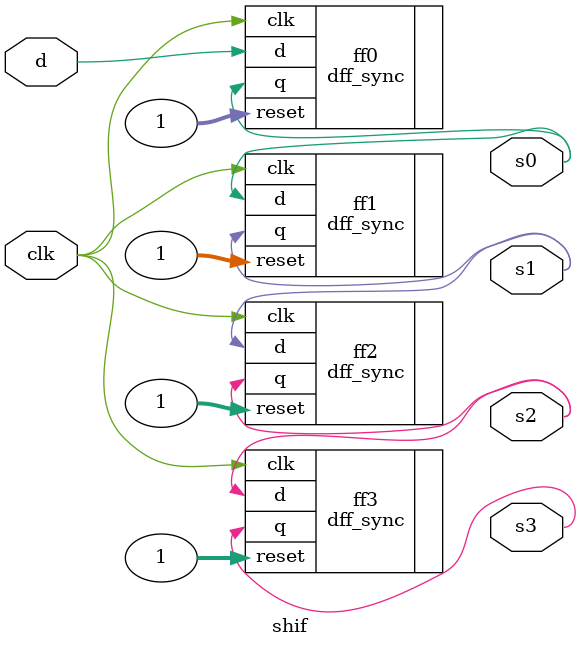
<source format=v>
module shif (clk, d, s0, s1, s2, s3);

	input clk, d;
	output s0, s1, s2, s3;
	
	
	dff_sync ff0 (.clk(clk),.reset(1), .d(d), .q(s0));
	dff_sync ff1 (.clk(clk),.reset(1), .d(s0), .q(s1));
	dff_sync ff2 (.clk(clk),.reset(1), .d(s1), .q(s2));
	dff_sync ff3 (.clk(clk),.reset(1), .d(s2), .q(s3));
	
endmodule

</source>
